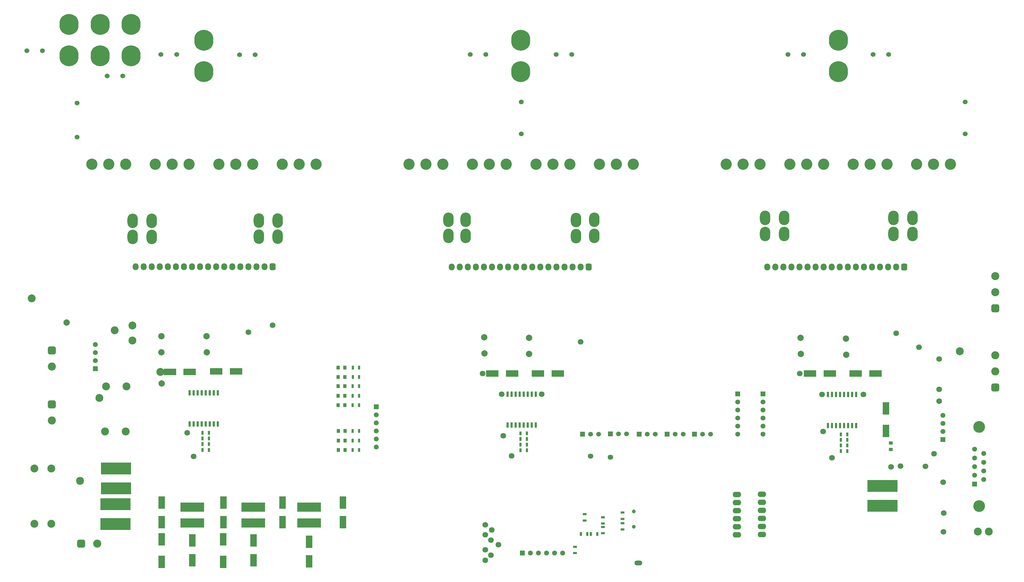
<source format=gbr>
%TF.GenerationSoftware,Altium Limited,Altium Designer,26.1.1 (7)*%
G04 Layer_Color=255*
%FSLAX43Y43*%
%MOMM*%
%TF.SameCoordinates,F910D8A4-5627-44EB-A571-6FFAAA827985*%
%TF.FilePolarity,Positive*%
%TF.FileFunction,Pads,Top*%
%TF.Part,Single*%
G01*
G75*
%TA.AperFunction,SMDPad,CuDef*%
%ADD10R,4.000X2.000*%
%ADD11R,9.500X3.750*%
%ADD12R,0.800X1.250*%
%ADD13R,1.250X0.800*%
%ADD14R,1.100X1.200*%
%ADD15R,2.000X4.000*%
G04:AMPARAMS|DCode=16|XSize=1.65mm|YSize=0.6mm|CornerRadius=0.051mm|HoleSize=0mm|Usage=FLASHONLY|Rotation=90.000|XOffset=0mm|YOffset=0mm|HoleType=Round|Shape=RoundedRectangle|*
%AMROUNDEDRECTD16*
21,1,1.650,0.498,0,0,90.0*
21,1,1.548,0.600,0,0,90.0*
1,1,0.102,0.249,0.774*
1,1,0.102,0.249,-0.774*
1,1,0.102,-0.249,-0.774*
1,1,0.102,-0.249,0.774*
%
%ADD16ROUNDEDRECTD16*%
%ADD17R,7.500X3.000*%
%ADD18R,1.200X1.100*%
%TA.AperFunction,ComponentPad*%
%ADD27O,1.800X1.500*%
%ADD28C,1.800*%
%ADD29C,2.000*%
%ADD30C,3.550*%
%ADD31R,1.550X1.550*%
%ADD32C,1.550*%
%ADD33O,2.700X1.750*%
%ADD34C,3.700*%
%ADD35C,1.500*%
%ADD36R,1.500X1.500*%
%ADD37C,1.200*%
%ADD38C,1.524*%
%ADD39O,6.000X6.600*%
%ADD40C,2.500*%
%ADD41C,2.550*%
G04:AMPARAMS|DCode=42|XSize=2.55mm|YSize=2.55mm|CornerRadius=0.638mm|HoleSize=0mm|Usage=FLASHONLY|Rotation=0.000|XOffset=0mm|YOffset=0mm|HoleType=Round|Shape=RoundedRectangle|*
%AMROUNDEDRECTD42*
21,1,2.550,1.275,0,0,0.0*
21,1,1.275,2.550,0,0,0.0*
1,1,1.275,0.638,-0.638*
1,1,1.275,-0.638,-0.638*
1,1,1.275,-0.638,0.638*
1,1,1.275,0.638,0.638*
%
%ADD42ROUNDEDRECTD42*%
G04:AMPARAMS|DCode=43|XSize=2.55mm|YSize=2.55mm|CornerRadius=0.638mm|HoleSize=0mm|Usage=FLASHONLY|Rotation=270.000|XOffset=0mm|YOffset=0mm|HoleType=Round|Shape=RoundedRectangle|*
%AMROUNDEDRECTD43*
21,1,2.550,1.275,0,0,270.0*
21,1,1.275,2.550,0,0,270.0*
1,1,1.275,-0.638,-0.638*
1,1,1.275,-0.638,0.638*
1,1,1.275,0.638,0.638*
1,1,1.275,0.638,-0.638*
%
%ADD43ROUNDEDRECTD43*%
%ADD44O,1.905X2.159*%
G04:AMPARAMS|DCode=45|XSize=1.905mm|YSize=2.159mm|CornerRadius=0.476mm|HoleSize=0mm|Usage=FLASHONLY|Rotation=0.000|XOffset=0mm|YOffset=0mm|HoleType=Round|Shape=RoundedRectangle|*
%AMROUNDEDRECTD45*
21,1,1.905,1.206,0,0,0.0*
21,1,0.953,2.159,0,0,0.0*
1,1,0.953,0.476,-0.603*
1,1,0.953,-0.476,-0.603*
1,1,0.953,-0.476,0.603*
1,1,0.953,0.476,0.603*
%
%ADD45ROUNDEDRECTD45*%
%ADD46O,3.302X4.572*%
%ADD47O,2.500X1.500*%
%ADD48R,1.550X1.550*%
D10*
X165305Y64331D02*
D03*
X171528D02*
D03*
X70101Y65061D02*
D03*
X63878D02*
D03*
X55501Y64911D02*
D03*
X49278D02*
D03*
X257282Y64354D02*
D03*
X251059D02*
D03*
X271712D02*
D03*
X265489D02*
D03*
X157156Y64321D02*
D03*
X150933D02*
D03*
D11*
X32250Y34400D02*
D03*
Y28150D02*
D03*
X32125Y23111D02*
D03*
Y16861D02*
D03*
X273925Y22600D02*
D03*
Y28850D02*
D03*
D12*
X108929Y66255D02*
D03*
X106929D02*
D03*
X106880Y60366D02*
D03*
X108880D02*
D03*
X106880Y57366D02*
D03*
X108880D02*
D03*
X106880Y54366D02*
D03*
X108880D02*
D03*
X106905Y40216D02*
D03*
X108905D02*
D03*
X106905Y43216D02*
D03*
X108905D02*
D03*
X106905Y46216D02*
D03*
X108905D02*
D03*
X108929Y63245D02*
D03*
X106929D02*
D03*
X178851Y13742D02*
D03*
X180851D02*
D03*
X184007Y13742D02*
D03*
X182007D02*
D03*
X59542Y43851D02*
D03*
X61542D02*
D03*
X61532Y42062D02*
D03*
X59532D02*
D03*
X59542Y45661D02*
D03*
X61542D02*
D03*
Y40272D02*
D03*
X59542D02*
D03*
X260807Y43450D02*
D03*
X262807D02*
D03*
Y41670D02*
D03*
X260807D02*
D03*
X260812Y45175D02*
D03*
X262812D02*
D03*
X262812Y39895D02*
D03*
X260812D02*
D03*
X159813Y41938D02*
D03*
X161813D02*
D03*
Y43721D02*
D03*
X159813D02*
D03*
X161813Y45491D02*
D03*
X159813D02*
D03*
Y40118D02*
D03*
X161813D02*
D03*
D13*
X191982Y18479D02*
D03*
Y20479D02*
D03*
X176950Y7700D02*
D03*
Y9700D02*
D03*
X191982Y17149D02*
D03*
Y15149D02*
D03*
X185741Y15975D02*
D03*
Y13975D02*
D03*
X185741Y19021D02*
D03*
Y17021D02*
D03*
X180000Y19975D02*
D03*
Y17975D02*
D03*
D14*
X104430Y60366D02*
D03*
X102330D02*
D03*
X104430Y57366D02*
D03*
X102330D02*
D03*
X104430Y66254D02*
D03*
X102330D02*
D03*
X104430Y63245D02*
D03*
X102330D02*
D03*
X104430Y54366D02*
D03*
X102330D02*
D03*
X104455Y43216D02*
D03*
X102355D02*
D03*
X104455Y46216D02*
D03*
X102355D02*
D03*
X104455Y40216D02*
D03*
X102355D02*
D03*
D15*
X103850Y23675D02*
D03*
Y17452D02*
D03*
X66150Y23675D02*
D03*
Y17452D02*
D03*
X84800Y23675D02*
D03*
Y17452D02*
D03*
X66075Y4950D02*
D03*
Y12050D02*
D03*
X75625Y11675D02*
D03*
Y5452D02*
D03*
X275000Y53319D02*
D03*
Y46219D02*
D03*
X93125Y11300D02*
D03*
Y5077D02*
D03*
X46660Y23675D02*
D03*
Y17452D02*
D03*
X56350Y11675D02*
D03*
Y5452D02*
D03*
X46700Y4950D02*
D03*
Y12050D02*
D03*
D16*
X60521Y48476D02*
D03*
X64331D02*
D03*
X57981D02*
D03*
X59251D02*
D03*
X55441Y58226D02*
D03*
X56711D02*
D03*
X57981D02*
D03*
X59251D02*
D03*
X60521D02*
D03*
X61791D02*
D03*
X63061D02*
D03*
X64331D02*
D03*
X63061Y48476D02*
D03*
X61791D02*
D03*
X56711D02*
D03*
X55441D02*
D03*
X261812Y47979D02*
D03*
X265622D02*
D03*
X259272D02*
D03*
X260542D02*
D03*
X256732Y57729D02*
D03*
X258002D02*
D03*
X259272D02*
D03*
X260542D02*
D03*
X261812D02*
D03*
X263082D02*
D03*
X264352D02*
D03*
X265622D02*
D03*
X264352Y47979D02*
D03*
X263082D02*
D03*
X258002D02*
D03*
X256732D02*
D03*
X155738Y48086D02*
D03*
X157008D02*
D03*
X162088D02*
D03*
X163358D02*
D03*
X164628Y57836D02*
D03*
X163358D02*
D03*
X162088D02*
D03*
X160818D02*
D03*
X159548D02*
D03*
X158278D02*
D03*
X157008D02*
D03*
X155738D02*
D03*
X159548Y48086D02*
D03*
X158278D02*
D03*
X164628D02*
D03*
X160818D02*
D03*
D17*
X75575Y22200D02*
D03*
Y17200D02*
D03*
X93125D02*
D03*
Y22200D02*
D03*
X56300Y17200D02*
D03*
Y22200D02*
D03*
D18*
X276541Y42468D02*
D03*
Y40368D02*
D03*
D27*
X188161Y37987D02*
D03*
X181871Y38279D02*
D03*
D28*
X166439Y57836D02*
D03*
X148660Y13457D02*
D03*
X152871Y10317D02*
D03*
X148660Y5477D02*
D03*
Y16602D02*
D03*
Y8727D02*
D03*
X150683Y15002D02*
D03*
X150475Y7027D02*
D03*
Y11827D02*
D03*
X56711Y38232D02*
D03*
X54714Y45661D02*
D03*
X74041Y77404D02*
D03*
X81661Y79635D02*
D03*
X247860Y64326D02*
D03*
X267927Y57729D02*
D03*
X254871D02*
D03*
X258002Y37788D02*
D03*
X278232Y77032D02*
D03*
X255223Y46105D02*
D03*
X293185Y20344D02*
D03*
X293072Y30054D02*
D03*
X287475Y35075D02*
D03*
X147856Y64321D02*
D03*
X157008Y38337D02*
D03*
X178714Y74317D02*
D03*
X153823Y57836D02*
D03*
X154374Y44728D02*
D03*
X293135Y14410D02*
D03*
X291806Y55633D02*
D03*
X276609Y34900D02*
D03*
X290180Y39078D02*
D03*
X291806Y59367D02*
D03*
X285396Y72651D02*
D03*
X291781Y68959D02*
D03*
X279555Y35172D02*
D03*
D29*
X16700Y80466D02*
D03*
X46623Y71070D02*
D03*
X46548Y76145D02*
D03*
X46654Y61250D02*
D03*
X60881Y71070D02*
D03*
X60806Y76145D02*
D03*
X262443Y70319D02*
D03*
X262368Y75394D02*
D03*
X248151Y70560D02*
D03*
X248076Y75635D02*
D03*
X162528Y70566D02*
D03*
X162453Y75641D02*
D03*
X148377Y75780D02*
D03*
X148452Y70705D02*
D03*
D30*
X124666Y130369D02*
D03*
X130000D02*
D03*
X135334D02*
D03*
X95334D02*
D03*
X90000D02*
D03*
X84666D02*
D03*
X184666D02*
D03*
X190000D02*
D03*
X195334D02*
D03*
X164666D02*
D03*
X170000D02*
D03*
X175334D02*
D03*
X44666D02*
D03*
X50000D02*
D03*
X55334D02*
D03*
X24666D02*
D03*
X30000D02*
D03*
X35334D02*
D03*
X64666D02*
D03*
X70000D02*
D03*
X75334D02*
D03*
X284666D02*
D03*
X290000D02*
D03*
X295334D02*
D03*
X264666D02*
D03*
X270000D02*
D03*
X275334D02*
D03*
X144666D02*
D03*
X150000D02*
D03*
X155334D02*
D03*
X224666D02*
D03*
X230000D02*
D03*
X235334D02*
D03*
X244666D02*
D03*
X250000D02*
D03*
X255334D02*
D03*
D31*
X25775Y65845D02*
D03*
X302985Y29515D02*
D03*
X114300Y53870D02*
D03*
X292961Y43498D02*
D03*
X228279Y57970D02*
D03*
X236279Y57960D02*
D03*
D32*
X25775Y68385D02*
D03*
Y70925D02*
D03*
Y73465D02*
D03*
X302985Y34995D02*
D03*
Y32255D02*
D03*
Y37735D02*
D03*
Y40475D02*
D03*
X305825Y36365D02*
D03*
Y33625D02*
D03*
Y30885D02*
D03*
Y39105D02*
D03*
X114300Y51330D02*
D03*
Y48790D02*
D03*
Y46250D02*
D03*
Y43710D02*
D03*
Y41170D02*
D03*
X173080Y7700D02*
D03*
X170540D02*
D03*
X168000D02*
D03*
X165460D02*
D03*
X162920D02*
D03*
X292961Y46038D02*
D03*
Y48578D02*
D03*
Y51118D02*
D03*
X228279Y55430D02*
D03*
Y52890D02*
D03*
Y50350D02*
D03*
Y47810D02*
D03*
Y45270D02*
D03*
X236279Y55420D02*
D03*
Y52880D02*
D03*
Y50340D02*
D03*
Y47800D02*
D03*
Y45260D02*
D03*
D33*
X228024Y13500D02*
D03*
Y16040D02*
D03*
Y18580D02*
D03*
Y21120D02*
D03*
Y23660D02*
D03*
Y26200D02*
D03*
X235865Y26225D02*
D03*
Y23685D02*
D03*
Y21145D02*
D03*
Y18605D02*
D03*
Y16065D02*
D03*
Y13525D02*
D03*
D34*
X304405Y22505D02*
D03*
Y47495D02*
D03*
D35*
X202257Y45225D02*
D03*
X199717D02*
D03*
X217202D02*
D03*
X219742D02*
D03*
X193241Y45287D02*
D03*
X190701D02*
D03*
X208532Y45225D02*
D03*
X211072D02*
D03*
X184411Y45237D02*
D03*
X181871D02*
D03*
D36*
X197177Y45225D02*
D03*
X214662D02*
D03*
X188161Y45287D02*
D03*
X205992Y45225D02*
D03*
X179331Y45237D02*
D03*
D37*
X195524Y15981D02*
D03*
Y20861D02*
D03*
D38*
X4150Y166175D02*
D03*
X9100D02*
D03*
X29450Y158225D02*
D03*
X34400D02*
D03*
X46445Y165059D02*
D03*
X51395D02*
D03*
X76135Y164983D02*
D03*
X71185D02*
D03*
X148869Y165004D02*
D03*
X143919D02*
D03*
X249058Y165034D02*
D03*
X244108D02*
D03*
X275869Y165059D02*
D03*
X270919D02*
D03*
X175971Y165004D02*
D03*
X160000Y140004D02*
D03*
Y150004D02*
D03*
X300000Y140004D02*
D03*
Y150004D02*
D03*
X20000Y138976D02*
D03*
Y149726D02*
D03*
X171021Y165004D02*
D03*
D39*
X27250Y174540D02*
D03*
Y164634D02*
D03*
X17425Y174540D02*
D03*
Y164634D02*
D03*
X60000Y159638D02*
D03*
Y169544D02*
D03*
X37000Y164634D02*
D03*
Y174540D02*
D03*
X159893Y159638D02*
D03*
Y169544D02*
D03*
X259994Y159638D02*
D03*
Y169544D02*
D03*
D40*
X307400Y14480D02*
D03*
X304005D02*
D03*
X31815Y78014D02*
D03*
X37446Y79505D02*
D03*
X6564Y16963D02*
D03*
X11898D02*
D03*
Y34362D02*
D03*
X6564D02*
D03*
X20914Y30470D02*
D03*
X46252Y64911D02*
D03*
X5724Y88112D02*
D03*
X37446Y74800D02*
D03*
X35545Y60305D02*
D03*
X35293Y46105D02*
D03*
X28765Y46105D02*
D03*
X29185Y60305D02*
D03*
X27025Y56685D02*
D03*
X298316Y71428D02*
D03*
D41*
X26390Y10725D02*
D03*
X12000Y49539D02*
D03*
Y66539D02*
D03*
X309475Y65000D02*
D03*
Y70080D02*
D03*
Y90000D02*
D03*
Y95080D02*
D03*
D42*
X21310Y10725D02*
D03*
D43*
X12000Y54619D02*
D03*
Y71619D02*
D03*
X309475Y59920D02*
D03*
Y84920D02*
D03*
D44*
X58801Y98029D02*
D03*
X38481D02*
D03*
X56261D02*
D03*
X48641D02*
D03*
X53721D02*
D03*
X46101D02*
D03*
X51181D02*
D03*
X43561D02*
D03*
X41021D02*
D03*
X61341D02*
D03*
X63881D02*
D03*
X66421D02*
D03*
X71501D02*
D03*
X79121D02*
D03*
X68961D02*
D03*
X74041D02*
D03*
X76581D02*
D03*
X158394Y98010D02*
D03*
X138074D02*
D03*
X155854D02*
D03*
X148234D02*
D03*
X153314D02*
D03*
X145694D02*
D03*
X150774D02*
D03*
X143154D02*
D03*
X140614D02*
D03*
X160934D02*
D03*
X163474D02*
D03*
X166014D02*
D03*
X171094D02*
D03*
X178714D02*
D03*
X168554D02*
D03*
X173634D02*
D03*
X176174D02*
D03*
X275692D02*
D03*
X273152D02*
D03*
X268072D02*
D03*
X278232D02*
D03*
X270612D02*
D03*
X265532D02*
D03*
X262992D02*
D03*
X260452D02*
D03*
X240132D02*
D03*
X242672D02*
D03*
X250292D02*
D03*
X245212D02*
D03*
X252832D02*
D03*
X247752D02*
D03*
X255372D02*
D03*
X237592D02*
D03*
X257912D02*
D03*
D45*
X81661Y98029D02*
D03*
X181254Y98010D02*
D03*
X280772D02*
D03*
D46*
X43562Y112544D02*
D03*
Y107464D02*
D03*
X37562Y112544D02*
D03*
Y107464D02*
D03*
X77277Y112592D02*
D03*
Y107512D02*
D03*
X83277Y112592D02*
D03*
Y107512D02*
D03*
X283380Y113506D02*
D03*
Y108426D02*
D03*
X277380Y113506D02*
D03*
Y108426D02*
D03*
X236888Y113430D02*
D03*
Y108350D02*
D03*
X242888Y113430D02*
D03*
Y108350D02*
D03*
X183094Y107808D02*
D03*
Y112888D02*
D03*
X177278Y107681D02*
D03*
Y112761D02*
D03*
X142545Y107808D02*
D03*
Y112888D02*
D03*
X137109Y107808D02*
D03*
Y112888D02*
D03*
D47*
X196975Y4550D02*
D03*
D48*
X160380Y7700D02*
D03*
%TF.MD5,fb0b6c1b184d5b4810cbd88a488f0fb5*%
M02*

</source>
